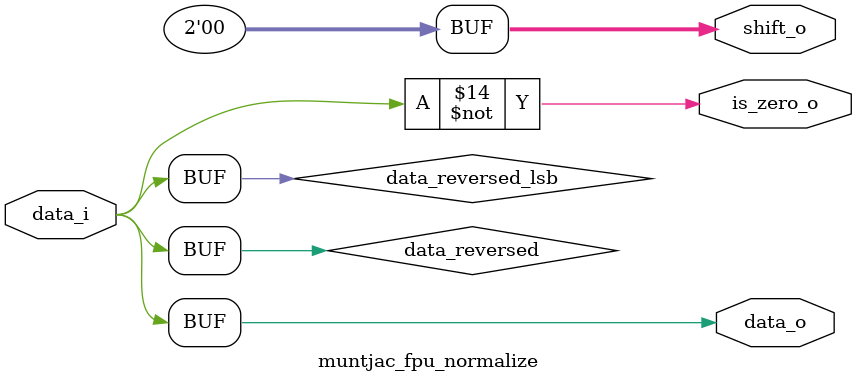
<source format=sv>
module muntjac_fpu_normalize #(
  parameter DataWidth = 1,
  localparam ShiftWidth = $clog2(DataWidth)
) (
  input  logic [DataWidth-1:0] data_i,
  output logic is_zero_o,
  output logic [ShiftWidth-1:0] shift_o,
  output logic [DataWidth-1:0] data_o
);

  // To normalize the number, we need to know number of leading zeros.
  // First we reverse the number and then we only need to calculate number of trailing zeroes.

  logic [DataWidth-1:0] data_reversed;
  always_comb begin
    for (int i = 0; i < DataWidth; i++) begin
      data_reversed[i] = data_i[DataWidth - 1 - i];
    end
  end

  // Extract the lowest set bit of data_reversed. This is the bit hack version for it.
  wire [DataWidth-1:0] data_reversed_lsb = data_reversed & (-data_reversed);

  // Now since we know that there are at most one bit set in data_reversed_lsb, we can find
  // out the index of that bit in parallel (note that that bit index is precisely number of
  // leading zeroes for data_i).
  always_comb begin
    shift_o = '0;
    for (int i = 0; i < DataWidth; i++) begin
      shift_o |= data_reversed_lsb[i] ? i : 0;
    end
  end

  assign data_o = data_i << shift_o;
  assign is_zero_o = data_i == 0;

endmodule

</source>
